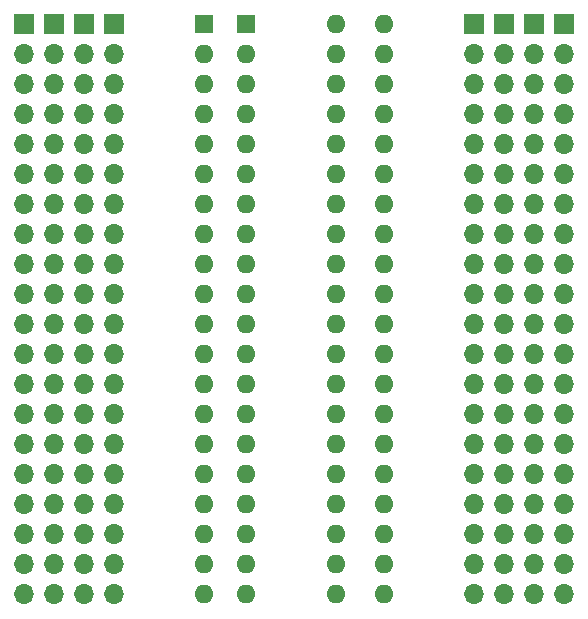
<source format=gbr>
G04 #@! TF.FileFunction,Copper,L2,Bot,Signal*
%FSLAX46Y46*%
G04 Gerber Fmt 4.6, Leading zero omitted, Abs format (unit mm)*
G04 Created by KiCad (PCBNEW 4.0.7-e2-6376~58~ubuntu16.04.1) date Tue Aug  7 11:06:41 2018*
%MOMM*%
%LPD*%
G01*
G04 APERTURE LIST*
%ADD10C,0.100000*%
%ADD11R,1.700000X1.700000*%
%ADD12O,1.700000X1.700000*%
%ADD13R,1.600000X1.600000*%
%ADD14O,1.600000X1.600000*%
G04 APERTURE END LIST*
D10*
D11*
X172720000Y-105410000D03*
D12*
X172720000Y-107950000D03*
X172720000Y-110490000D03*
X172720000Y-113030000D03*
X172720000Y-115570000D03*
X172720000Y-118110000D03*
X172720000Y-120650000D03*
X172720000Y-123190000D03*
X172720000Y-125730000D03*
X172720000Y-128270000D03*
X172720000Y-130810000D03*
X172720000Y-133350000D03*
X172720000Y-135890000D03*
X172720000Y-138430000D03*
X172720000Y-140970000D03*
X172720000Y-143510000D03*
X172720000Y-146050000D03*
X172720000Y-148590000D03*
X172720000Y-151130000D03*
X172720000Y-153670000D03*
D11*
X165100000Y-105410000D03*
D12*
X165100000Y-107950000D03*
X165100000Y-110490000D03*
X165100000Y-113030000D03*
X165100000Y-115570000D03*
X165100000Y-118110000D03*
X165100000Y-120650000D03*
X165100000Y-123190000D03*
X165100000Y-125730000D03*
X165100000Y-128270000D03*
X165100000Y-130810000D03*
X165100000Y-133350000D03*
X165100000Y-135890000D03*
X165100000Y-138430000D03*
X165100000Y-140970000D03*
X165100000Y-143510000D03*
X165100000Y-146050000D03*
X165100000Y-148590000D03*
X165100000Y-151130000D03*
X165100000Y-153670000D03*
D11*
X170180000Y-105410000D03*
D12*
X170180000Y-107950000D03*
X170180000Y-110490000D03*
X170180000Y-113030000D03*
X170180000Y-115570000D03*
X170180000Y-118110000D03*
X170180000Y-120650000D03*
X170180000Y-123190000D03*
X170180000Y-125730000D03*
X170180000Y-128270000D03*
X170180000Y-130810000D03*
X170180000Y-133350000D03*
X170180000Y-135890000D03*
X170180000Y-138430000D03*
X170180000Y-140970000D03*
X170180000Y-143510000D03*
X170180000Y-146050000D03*
X170180000Y-148590000D03*
X170180000Y-151130000D03*
X170180000Y-153670000D03*
D11*
X167640000Y-105410000D03*
D12*
X167640000Y-107950000D03*
X167640000Y-110490000D03*
X167640000Y-113030000D03*
X167640000Y-115570000D03*
X167640000Y-118110000D03*
X167640000Y-120650000D03*
X167640000Y-123190000D03*
X167640000Y-125730000D03*
X167640000Y-128270000D03*
X167640000Y-130810000D03*
X167640000Y-133350000D03*
X167640000Y-135890000D03*
X167640000Y-138430000D03*
X167640000Y-140970000D03*
X167640000Y-143510000D03*
X167640000Y-146050000D03*
X167640000Y-148590000D03*
X167640000Y-151130000D03*
X167640000Y-153670000D03*
D11*
X205740000Y-105410000D03*
D12*
X205740000Y-107950000D03*
X205740000Y-110490000D03*
X205740000Y-113030000D03*
X205740000Y-115570000D03*
X205740000Y-118110000D03*
X205740000Y-120650000D03*
X205740000Y-123190000D03*
X205740000Y-125730000D03*
X205740000Y-128270000D03*
X205740000Y-130810000D03*
X205740000Y-133350000D03*
X205740000Y-135890000D03*
X205740000Y-138430000D03*
X205740000Y-140970000D03*
X205740000Y-143510000D03*
X205740000Y-146050000D03*
X205740000Y-148590000D03*
X205740000Y-151130000D03*
X205740000Y-153670000D03*
D11*
X208280000Y-105410000D03*
D12*
X208280000Y-107950000D03*
X208280000Y-110490000D03*
X208280000Y-113030000D03*
X208280000Y-115570000D03*
X208280000Y-118110000D03*
X208280000Y-120650000D03*
X208280000Y-123190000D03*
X208280000Y-125730000D03*
X208280000Y-128270000D03*
X208280000Y-130810000D03*
X208280000Y-133350000D03*
X208280000Y-135890000D03*
X208280000Y-138430000D03*
X208280000Y-140970000D03*
X208280000Y-143510000D03*
X208280000Y-146050000D03*
X208280000Y-148590000D03*
X208280000Y-151130000D03*
X208280000Y-153670000D03*
D11*
X203200000Y-105410000D03*
D12*
X203200000Y-107950000D03*
X203200000Y-110490000D03*
X203200000Y-113030000D03*
X203200000Y-115570000D03*
X203200000Y-118110000D03*
X203200000Y-120650000D03*
X203200000Y-123190000D03*
X203200000Y-125730000D03*
X203200000Y-128270000D03*
X203200000Y-130810000D03*
X203200000Y-133350000D03*
X203200000Y-135890000D03*
X203200000Y-138430000D03*
X203200000Y-140970000D03*
X203200000Y-143510000D03*
X203200000Y-146050000D03*
X203200000Y-148590000D03*
X203200000Y-151130000D03*
X203200000Y-153670000D03*
D11*
X210820000Y-105410000D03*
D12*
X210820000Y-107950000D03*
X210820000Y-110490000D03*
X210820000Y-113030000D03*
X210820000Y-115570000D03*
X210820000Y-118110000D03*
X210820000Y-120650000D03*
X210820000Y-123190000D03*
X210820000Y-125730000D03*
X210820000Y-128270000D03*
X210820000Y-130810000D03*
X210820000Y-133350000D03*
X210820000Y-135890000D03*
X210820000Y-138430000D03*
X210820000Y-140970000D03*
X210820000Y-143510000D03*
X210820000Y-146050000D03*
X210820000Y-148590000D03*
X210820000Y-151130000D03*
X210820000Y-153670000D03*
D13*
X180340000Y-105410000D03*
D14*
X195580000Y-153670000D03*
X180340000Y-107950000D03*
X195580000Y-151130000D03*
X180340000Y-110490000D03*
X195580000Y-148590000D03*
X180340000Y-113030000D03*
X195580000Y-146050000D03*
X180340000Y-115570000D03*
X195580000Y-143510000D03*
X180340000Y-118110000D03*
X195580000Y-140970000D03*
X180340000Y-120650000D03*
X195580000Y-138430000D03*
X180340000Y-123190000D03*
X195580000Y-135890000D03*
X180340000Y-125730000D03*
X195580000Y-133350000D03*
X180340000Y-128270000D03*
X195580000Y-130810000D03*
X180340000Y-130810000D03*
X195580000Y-128270000D03*
X180340000Y-133350000D03*
X195580000Y-125730000D03*
X180340000Y-135890000D03*
X195580000Y-123190000D03*
X180340000Y-138430000D03*
X195580000Y-120650000D03*
X180340000Y-140970000D03*
X195580000Y-118110000D03*
X180340000Y-143510000D03*
X195580000Y-115570000D03*
X180340000Y-146050000D03*
X195580000Y-113030000D03*
X180340000Y-148590000D03*
X195580000Y-110490000D03*
X180340000Y-151130000D03*
X195580000Y-107950000D03*
X180340000Y-153670000D03*
X195580000Y-105410000D03*
D13*
X183896000Y-105410000D03*
D14*
X191516000Y-153670000D03*
X183896000Y-107950000D03*
X191516000Y-151130000D03*
X183896000Y-110490000D03*
X191516000Y-148590000D03*
X183896000Y-113030000D03*
X191516000Y-146050000D03*
X183896000Y-115570000D03*
X191516000Y-143510000D03*
X183896000Y-118110000D03*
X191516000Y-140970000D03*
X183896000Y-120650000D03*
X191516000Y-138430000D03*
X183896000Y-123190000D03*
X191516000Y-135890000D03*
X183896000Y-125730000D03*
X191516000Y-133350000D03*
X183896000Y-128270000D03*
X191516000Y-130810000D03*
X183896000Y-130810000D03*
X191516000Y-128270000D03*
X183896000Y-133350000D03*
X191516000Y-125730000D03*
X183896000Y-135890000D03*
X191516000Y-123190000D03*
X183896000Y-138430000D03*
X191516000Y-120650000D03*
X183896000Y-140970000D03*
X191516000Y-118110000D03*
X183896000Y-143510000D03*
X191516000Y-115570000D03*
X183896000Y-146050000D03*
X191516000Y-113030000D03*
X183896000Y-148590000D03*
X191516000Y-110490000D03*
X183896000Y-151130000D03*
X191516000Y-107950000D03*
X183896000Y-153670000D03*
X191516000Y-105410000D03*
M02*

</source>
